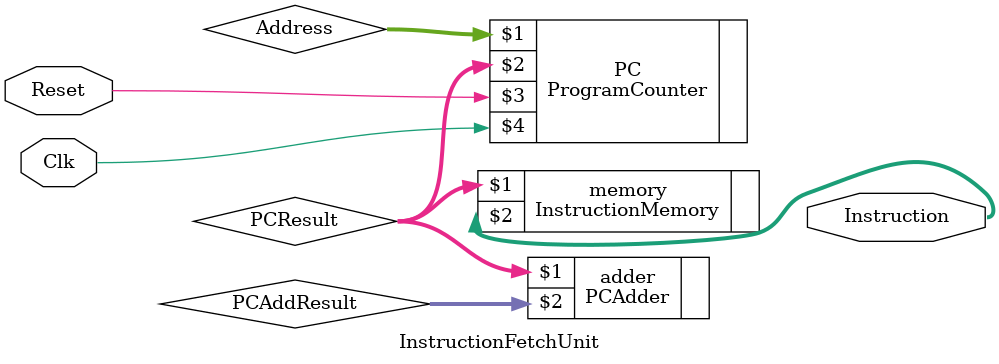
<source format=v>
`timescale 1ns / 1ps


module InstructionFetchUnit(Instruction, Reset, Clk);
   

	input Reset, Clk;
	output reg [31:0] Instruction;
	
	wire [31:0] PCAddResult;
	wire [31:0] PCResult;
	wire [31:0] Address; 
	
	 
	PCAdder adder(PCResult,PCAddResult);
	ProgramCounter PC(Address,PCResult,Reset,Clk);
	InstructionMemory memory(PCResult,Instruction);
	
 
    /* Please fill in the implementation here... */
endmodule

</source>
